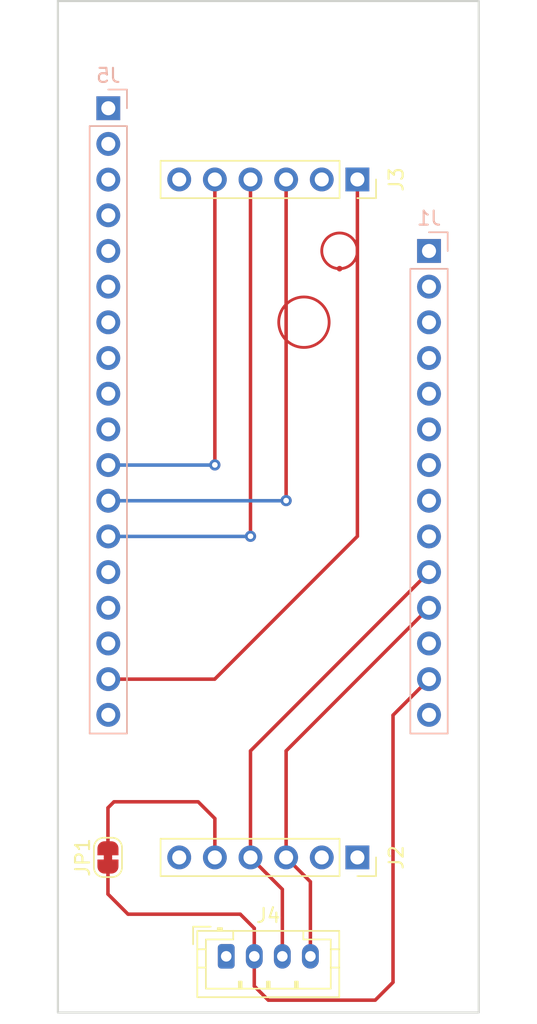
<source format=kicad_pcb>
(kicad_pcb (version 20211014) (generator pcbnew)
  (layers (0 "F.Cu" signal) (31 "B.Cu" signal) (34 "B.Paste" user) (35 "F.Paste" user) (36 "B.SilkS" user "B.Silkscreen") (37 "F.SilkS" user "F.Silkscreen") (38 "B.Mask" user) (39 "F.Mask" user) (44 "Edge.Cuts" user))
  (net 0 "")
  (net 1 "SDA")
  (net 2 "SCL")
  (net 3 "SQW")
  (net 4 "32K")
  (net 5 "VCC")
  (net 6 "CS")
  (net 7 "MOSI")
  (net 8 "MISO")
  (net 9 "GND")
  (net 10 "3V3")
  (net 11 "D10")
  (net 12 "D11")
  (net 13 "D12")
  (net 14 "D13")
  (net 15 "A0")
  (net 16 "A1")
  (net 17 "A2")
  (net 18 "A3")
  (net 19 "A4")
  (net 20 "RX")
  (net 21 "TX")
  (net 22 "D2")
  (net 23 "D3")
  (net 24 "D5")
  (net 25 "D6")
  (net 26 "D7")
  (net 27 "D9")
  (net 28 "SCK")
  (net 29 "EN")
  (net 30 "NONE")
  (net 31 "RST")
  (net 32 "Net-(J2-Pad5)")
  (footprint "Jumper:SolderJumper-2_P1.3mm_Bridged_RoundedPad1.0x1.5mm" (layer "F.Cu") (at 103.57 160.96 90)
    (fp_text reference "JP1" (at 0 -1.8 90) (layer "F.SilkS"))
    (fp_text value "SolderJumper_2_Bridged")
    (fp_poly (pts (xy 0.25 -0.3) (xy -0.25 -0.3) (xy -0.25 0.3) (xy 0.25 0.3)) (layer "F.Cu") (width 0) (fill solid))
    (fp_line (start -1.4 0.3) (end -1.4 -0.3) (layer "F.SilkS") (width 0.12))
    (fp_line (start 0.7 1) (end -0.7 1) (layer "F.SilkS") (width 0.12))
    (fp_line (start -0.7 -1) (end 0.7 -1) (layer "F.SilkS") (width 0.12))
    (fp_line (start 1.4 -0.3) (end 1.4 0.3) (layer "F.SilkS") (width 0.12))
    (fp_arc (start 0.7 -1) (mid 1.194975 -0.794975) (end 1.4 -0.3) (layer "F.SilkS") (width 0.12))
    (fp_arc (start -0.7 1) (mid -1.194975 0.794975) (end -1.4 0.3) (layer "F.SilkS") (width 0.12))
    (fp_arc (start 1.4 0.3) (mid 1.194975 0.794975) (end 0.7 1) (layer "F.SilkS") (width 0.12))
    (fp_arc (start -1.4 -0.3) (mid -1.194975 -0.794975) (end -0.7 -1) (layer "F.SilkS") (width 0.12))
    (pad "1" smd custom (at -0.65 0 90) (size 1 0.5) (layers "F.Cu" "F.Mask") (net 32 "Net-(J2-Pad5)") (options (clearance outline) (anchor rect)) (primitives (gr_circle (center 0 0.25) (end 0.5 0.25) (width 0) (fill yes)) (gr_circle (center 0 -0.25) (end 0.5 -0.25) (width 0) (fill yes)) (gr_poly (pts (xy 0.5 0.75) (xy 0 0.75) (xy 0 -0.75) (xy 0.5 -0.75)) (width 0) (fill yes))))
    (pad "2" smd custom (at 0.65 0 90) (size 1 0.5) (layers "F.Cu" "F.Mask") (net 10 "3V3") (options (clearance outline) (anchor rect)) (primitives (gr_circle (center 0 0.25) (end 0.5 0.25) (width 0) (fill yes)) (gr_circle (center 0 -0.25) (end 0.5 -0.25) (width 0) (fill yes)) (gr_poly (pts (xy 0 0.75) (xy -0.5 0.75) (xy -0.5 -0.75) (xy 0 -0.75)) (width 0) (fill yes))))
  )
  (footprint "Connector_PinSocket_2.54mm:PinSocket_1x06_P2.54mm_Vertical" (layer "F.Cu") (at 121.35 160.96 -90)
    (fp_text reference "J2" (at 0 -2.77 -90) (layer "F.SilkS"))
    (fp_text value "Conn_01x06_Female (DS3231)")
    (fp_line (start 1.33 1.27) (end 1.33 14.03) (layer "F.SilkS") (width 0.12))
    (fp_line (start -1.33 14.03) (end 1.33 14.03) (layer "F.SilkS") (width 0.12))
    (fp_line (start -1.33 1.27) (end -1.33 14.03) (layer "F.SilkS") (width 0.12))
    (fp_line (start 1.33 -1.33) (end 1.33 0) (layer "F.SilkS") (width 0.12))
    (fp_line (start -1.33 1.27) (end 1.33 1.27) (layer "F.SilkS") (width 0.12))
    (fp_line (start 0 -1.33) (end 1.33 -1.33) (layer "F.SilkS") (width 0.12))
    (pad "1" thru_hole rect (at 0 0 270) (size 1.7 1.7) (drill 1) (layers *.Cu *.Mask) (net 4 "32K"))
    (pad "2" thru_hole oval (at 0 2.54 270) (size 1.7 1.7) (drill 1) (layers *.Cu *.Mask) (net 3 "SQW"))
    (pad "3" thru_hole oval (at 0 5.08 270) (size 1.7 1.7) (drill 1) (layers *.Cu *.Mask) (net 2 "SCL"))
    (pad "4" thru_hole oval (at 0 7.62 270) (size 1.7 1.7) (drill 1) (layers *.Cu *.Mask) (net 1 "SDA"))
    (pad "5" thru_hole oval (at 0 10.16 270) (size 1.7 1.7) (drill 1) (layers *.Cu *.Mask) (net 32 "Net-(J2-Pad5)"))
    (pad "6" thru_hole oval (at 0 12.7 270) (size 1.7 1.7) (drill 1) (layers *.Cu *.Mask) (net 9 "GND"))
  )
  (footprint "Connector_JST:JST_PH_B4B-PH-K_1x04_P2.00mm_Vertical" (layer "F.Cu") (at 112 168)
    (fp_text reference "J4" (at 3 -2.9) (layer "F.SilkS"))
    (fp_text value "Conn_01x04_Male (JST to MS5803)")
    (fp_line (start 5.1 1.8) (end 5.1 2.3) (layer "F.SilkS") (width 0.12))
    (fp_line (start 0.9 2.3) (end 0.9 1.8) (layer "F.SilkS") (width 0.12))
    (fp_line (start 7.45 -1.2) (end 5.5 -1.2) (layer "F.SilkS") (width 0.12))
    (fp_line (start 8.06 2.91) (end 8.06 -1.81) (layer "F.SilkS") (width 0.12))
    (fp_line (start 1 2.3) (end 1 1.8) (layer "F.SilkS") (width 0.12))
    (fp_line (start 8.06 -1.81) (end -2.06 -1.81) (layer "F.SilkS") (width 0.12))
    (fp_line (start -2.36 -2.11) (end -2.36 -0.86) (layer "F.SilkS") (width 0.12))
    (fp_line (start 8.06 0.8) (end 7.45 0.8) (layer "F.SilkS") (width 0.12))
    (fp_line (start -2.06 -0.5) (end -1.45 -0.5) (layer "F.SilkS") (width 0.12))
    (fp_line (start 1.1 1.8) (end 1.1 2.3) (layer "F.SilkS") (width 0.12))
    (fp_line (start 5 2.3) (end 5 1.8) (layer "F.SilkS") (width 0.12))
    (fp_line (start 2.9 1.8) (end 3.1 1.8) (layer "F.SilkS") (width 0.12))
    (fp_line (start -2.06 2.91) (end 8.06 2.91) (layer "F.SilkS") (width 0.12))
    (fp_line (start -0.6 -2.01) (end -0.6 -1.81) (layer "F.SilkS") (width 0.12))
    (fp_line (start 0.5 -1.81) (end 0.5 -1.2) (layer "F.SilkS") (width 0.12))
    (fp_line (start 0.9 1.8) (end 1.1 1.8) (layer "F.SilkS") (width 0.12))
    (fp_line (start 7.45 2.3) (end 7.45 -1.2) (layer "F.SilkS") (width 0.12))
    (fp_line (start 8.06 -0.5) (end 7.45 -0.5) (layer "F.SilkS") (width 0.12))
    (fp_line (start -0.3 -1.91) (end -0.6 -1.91) (layer "F.SilkS") (width 0.12))
    (fp_line (start -2.06 0.8) (end -1.45 0.8) (layer "F.SilkS") (width 0.12))
    (fp_line (start 4.9 1.8) (end 5.1 1.8) (layer "F.SilkS") (width 0.12))
    (fp_line (start 0.5 -1.2) (end -1.45 -1.2) (layer "F.SilkS") (width 0.12))
    (fp_line (start -1.45 2.3) (end 7.45 2.3) (layer "F.SilkS") (width 0.12))
    (fp_line (start 4.9 2.3) (end 4.9 1.8) (layer "F.SilkS") (width 0.12))
    (fp_line (start 2.9 2.3) (end 2.9 1.8) (layer "F.SilkS") (width 0.12))
    (fp_line (start 3 2.3) (end 3 1.8) (layer "F.SilkS") (width 0.12))
    (fp_line (start -2.06 -1.81) (end -2.06 2.91) (layer "F.SilkS") (width 0.12))
    (fp_line (start -1.45 -1.2) (end -1.45 2.3) (layer "F.SilkS") (width 0.12))
    (fp_line (start 5.5 -1.2) (end 5.5 -1.81) (layer "F.SilkS") (width 0.12))
    (fp_line (start -1.11 -2.11) (end -2.36 -2.11) (layer "F.SilkS") (width 0.12))
    (fp_line (start -0.3 -2.01) (end -0.6 -2.01) (layer "F.SilkS") (width 0.12))
    (fp_line (start -0.3 -1.81) (end -0.3 -2.01) (layer "F.SilkS") (width 0.12))
    (fp_line (start 3.1 1.8) (end 3.1 2.3) (layer "F.SilkS") (width 0.12))
    (pad "1" thru_hole roundrect (at 0 0) (size 1.2 1.75) (drill 0.75) (layers *.Cu *.Mask) (roundrect_rratio 0.208333) (net 9 "GND"))
    (pad "2" thru_hole oval (at 2 0) (size 1.2 1.75) (drill 0.75) (layers *.Cu *.Mask) (net 10 "3V3"))
    (pad "3" thru_hole oval (at 4 0) (size 1.2 1.75) (drill 0.75) (layers *.Cu *.Mask) (net 1 "SDA"))
    (pad "4" thru_hole oval (at 6 0) (size 1.2 1.75) (drill 0.75) (layers *.Cu *.Mask) (net 2 "SCL"))
  )
  (footprint "Connector_PinSocket_2.54mm:PinSocket_1x06_P2.54mm_Vertical" (layer "F.Cu") (at 121.35 112.7 -90)
    (fp_text reference "J3" (at 0 -2.77 90) (layer "F.SilkS"))
    (fp_text value "Conn_01x06_Female (microSD)")
    (fp_line (start -1.33 1.27) (end 1.33 1.27) (layer "F.SilkS") (width 0.12))
    (fp_line (start 1.33 -1.33) (end 1.33 0) (layer "F.SilkS") (width 0.12))
    (fp_line (start 0 -1.33) (end 1.33 -1.33) (layer "F.SilkS") (width 0.12))
    (fp_line (start 1.33 1.27) (end 1.33 14.03) (layer "F.SilkS") (width 0.12))
    (fp_line (start -1.33 1.27) (end -1.33 14.03) (layer "F.SilkS") (width 0.12))
    (fp_line (start -1.33 14.03) (end 1.33 14.03) (layer "F.SilkS") (width 0.12))
    (pad "1" thru_hole rect (at 0 0 270) (size 1.7 1.7) (drill 1) (layers *.Cu *.Mask) (net 10 "3V3"))
    (pad "2" thru_hole oval (at 0 2.54 270) (size 1.7 1.7) (drill 1) (layers *.Cu *.Mask) (net 6 "CS"))
    (pad "3" thru_hole oval (at 0 5.08 270) (size 1.7 1.7) (drill 1) (layers *.Cu *.Mask) (net 7 "MOSI"))
    (pad "4" thru_hole oval (at 0 7.62 270) (size 1.7 1.7) (drill 1) (layers *.Cu *.Mask) (net 28 "SCK"))
    (pad "5" thru_hole oval (at 0 10.16 270) (size 1.7 1.7) (drill 1) (layers *.Cu *.Mask) (net 8 "MISO"))
    (pad "6" thru_hole oval (at 0 12.7 270) (size 1.7 1.7) (drill 1) (layers *.Cu *.Mask) (net 9 "GND"))
  )
  (footprint "Connector_PinHeader_2.54mm:PinHeader_1x18_P2.54mm_Vertical" (layer "B.Cu") (at 103.595 107.63 180)
    (fp_text reference "J5" (at 0 2.33) (layer "B.SilkS") (effects (justify mirror)))
    (fp_text value "Conn_01x18_Female")
    (fp_line (start 1.33 -1.27) (end 1.33 -44.51) (layer "B.SilkS") (width 0.12))
    (fp_line (start -1.33 -44.51) (end 1.33 -44.51) (layer "B.SilkS") (width 0.12))
    (fp_line (start -1.33 0) (end -1.33 1.33) (layer "B.SilkS") (width 0.12))
    (fp_line (start -1.33 1.33) (end 0 1.33) (layer "B.SilkS") (width 0.12))
    (fp_line (start -1.33 -1.27) (end -1.33 -44.51) (layer "B.SilkS") (width 0.12))
    (fp_line (start -1.33 -1.27) (end 1.33 -1.27) (layer "B.SilkS") (width 0.12))
    (pad "1" thru_hole rect (at 0 0 180) (size 1.7 1.7) (drill 1) (layers *.Cu *.Mask) (net 20 "RX"))
    (pad "2" thru_hole oval (at 0 -2.54 180) (size 1.7 1.7) (drill 1) (layers *.Cu *.Mask) (net 21 "TX"))
    (pad "3" thru_hole oval (at 0 -5.08 180) (size 1.7 1.7) (drill 1) (layers *.Cu *.Mask) (net 22 "D2"))
    (pad "4" thru_hole oval (at 0 -7.62 180) (size 1.7 1.7) (drill 1) (layers *.Cu *.Mask) (net 23 "D3"))
    (pad "5" thru_hole oval (at 0 -10.16 180) (size 1.7 1.7) (drill 1) (layers *.Cu *.Mask) (net 24 "D5"))
    (pad "6" thru_hole oval (at 0 -12.7 180) (size 1.7 1.7) (drill 1) (layers *.Cu *.Mask) (net 25 "D6"))
    (pad "7" thru_hole oval (at 0 -15.24 180) (size 1.7 1.7) (drill 1) (layers *.Cu *.Mask) (net 26 "D7"))
    (pad "8" thru_hole oval (at 0 -17.78 180) (size 1.7 1.7) (drill 1) (layers *.Cu *.Mask) (net 27 "D9"))
    (pad "9" thru_hole oval (at 0 -20.32 180) (size 1.7 1.7) (drill 1) (layers *.Cu *.Mask) (net 1 "SDA"))
    (pad "10" thru_hole oval (at 0 -22.86 180) (size 1.7 1.7) (drill 1) (layers *.Cu *.Mask) (net 2 "SCL"))
    (pad "11" thru_hole oval (at 0 -25.4 180) (size 1.7 1.7) (drill 1) (layers *.Cu *.Mask) (net 8 "MISO"))
    (pad "12" thru_hole oval (at 0 -27.94 180) (size 1.7 1.7) (drill 1) (layers *.Cu *.Mask) (net 7 "MOSI"))
    (pad "13" thru_hole oval (at 0 -30.48 180) (size 1.7 1.7) (drill 1) (layers *.Cu *.Mask) (net 28 "SCK"))
    (pad "14" thru_hole oval (at 0 -33.02 180) (size 1.7 1.7) (drill 1) (layers *.Cu *.Mask) (net 29 "EN"))
    (pad "15" thru_hole oval (at 0 -35.56 180) (size 1.7 1.7) (drill 1) (layers *.Cu *.Mask) (net 9 "GND"))
    (pad "16" thru_hole oval (at 0 -38.1 180) (size 1.7 1.7) (drill 1) (layers *.Cu *.Mask) (net 30 "NONE"))
    (pad "17" thru_hole oval (at 0 -40.64 180) (size 1.7 1.7) (drill 1) (layers *.Cu *.Mask) (net 10 "3V3"))
    (pad "18" thru_hole oval (at 0 -43.18 180) (size 1.7 1.7) (drill 1) (layers *.Cu *.Mask) (net 31 "RST"))
  )
  (footprint "Connector_PinHeader_2.54mm:PinHeader_1x14_P2.54mm_Vertical" (layer "B.Cu") (at 126.455 117.79 180)
    (fp_text reference "J1" (at 0 2.33) (layer "B.SilkS") (effects (justify mirror)))
    (fp_text value "Conn_01x14_Female")
    (fp_line (start -1.33 -1.27) (end -1.33 -34.35) (layer "B.SilkS") (width 0.12))
    (fp_line (start 1.33 -1.27) (end 1.33 -34.35) (layer "B.SilkS") (width 0.12))
    (fp_line (start -1.33 1.33) (end 0 1.33) (layer "B.SilkS") (width 0.12))
    (fp_line (start -1.33 0) (end -1.33 1.33) (layer "B.SilkS") (width 0.12))
    (fp_line (start -1.33 -34.35) (end 1.33 -34.35) (layer "B.SilkS") (width 0.12))
    (fp_line (start -1.33 -1.27) (end 1.33 -1.27) (layer "B.SilkS") (width 0.12))
    (pad "1" thru_hole rect (at 0 0 180) (size 1.7 1.7) (drill 1) (layers *.Cu *.Mask) (net 11 "D10"))
    (pad "2" thru_hole oval (at 0 -2.54 180) (size 1.7 1.7) (drill 1) (layers *.Cu *.Mask) (net 12 "D11"))
    (pad "3" thru_hole oval (at 0 -5.08 180) (size 1.7 1.7) (drill 1) (layers *.Cu *.Mask) (net 13 "D12"))
    (pad "4" thru_hole oval (at 0 -7.62 180) (size 1.7 1.7) (drill 1) (layers *.Cu *.Mask) (net 14 "D13"))
    (pad "5" thru_hole oval (at 0 -10.16 180) (size 1.7 1.7) (drill 1) (layers *.Cu *.Mask) (net 15 "A0"))
    (pad "6" thru_hole oval (at 0 -12.7 180) (size 1.7 1.7) (drill 1) (layers *.Cu *.Mask) (net 16 "A1"))
    (pad "7" thru_hole oval (at 0 -15.24 180) (size 1.7 1.7) (drill 1) (layers *.Cu *.Mask) (net 17 "A2"))
    (pad "8" thru_hole oval (at 0 -17.78 180) (size 1.7 1.7) (drill 1) (layers *.Cu *.Mask) (net 18 "A3"))
    (pad "9" thru_hole oval (at 0 -20.32 180) (size 1.7 1.7) (drill 1) (layers *.Cu *.Mask) (net 19 "A4"))
    (pad "10" thru_hole oval (at 0 -22.86 180) (size 1.7 1.7) (drill 1) (layers *.Cu *.Mask) (net 1 "SDA"))
    (pad "11" thru_hole oval (at 0 -25.4 180) (size 1.7 1.7) (drill 1) (layers *.Cu *.Mask) (net 2 "SCL"))
    (pad "12" thru_hole oval (at 0 -27.94 180) (size 1.7 1.7) (drill 1) (layers *.Cu *.Mask) (net 9 "GND"))
    (pad "13" thru_hole oval (at 0 -30.48 180) (size 1.7 1.7) (drill 1) (layers *.Cu *.Mask) (net 10 "3V3"))
    (pad "14" thru_hole oval (at 0 -33.02 180) (size 1.7 1.7) (drill 1) (layers *.Cu *.Mask) (net 5 "VCC"))
  )
  (gr_circle (center 120.08 117.78) (end 118.81 117.78) (layer "F.Cu") (width 0.2) (fill none))
  (gr_circle (center 120.08 119.05) (end 120.08 119.05) (layer "F.Cu") (width 0.2) (fill none))
  (gr_circle (center 117.54 122.86) (end 118.81 121.59) (layer "F.Cu") (width 0.2) (fill none))
  (gr_rect (start 100 100) (end 130 172) (layer "Edge.Cuts") (width 0.15) (fill none))
  (segment (start 113.73 153.375) (end 126.455 140.65) (width 0.25) (layer "F.Cu") (net 1))
  (segment (start 113.73 160.96) (end 113.73 153.375) (width 0.25) (layer "F.Cu") (net 1))
  (segment (start 116 163.23) (end 113.73 160.96) (width 0.25) (layer "F.Cu") (net 1))
  (segment (start 116 168) (end 116 163.23) (width 0.25) (layer "F.Cu") (net 1))
  (segment (start 118 162.69) (end 116.27 160.96) (width 0.25) (layer "F.Cu") (net 2))
  (segment (start 118 168) (end 118 162.69) (width 0.25) (layer "F.Cu") (net 2))
  (segment (start 116.27 160.96) (end 116.27 153.375) (width 0.25) (layer "F.Cu") (net 2))
  (segment (start 116.27 153.375) (end 126.455 143.19) (width 0.25) (layer "F.Cu") (net 2))
  (segment (start 116.27 112.7) (end 116.27 135.56) (width 0.25) (layer "F.Cu") (net 7))
  (via (at 116.27 135.56) (size 0.8) (drill 0.4) (layers "F.Cu" "B.Cu") (net 7))
  (segment (start 116.26 135.57) (end 116.27 135.56) (width 0.25) (layer "B.Cu") (net 7))
  (segment (start 103.595 135.57) (end 116.26 135.57) (width 0.25) (layer "B.Cu") (net 7))
  (segment (start 111.19 112.7) (end 111.19 133.02) (width 0.25) (layer "F.Cu") (net 8))
  (via (at 111.19 133.02) (size 0.8) (drill 0.4) (layers "F.Cu" "B.Cu") (net 8))
  (segment (start 103.595 133.03) (end 111.18 133.03) (width 0.25) (layer "B.Cu") (net 8))
  (segment (start 111.18 133.03) (end 111.19 133.02) (width 0.25) (layer "B.Cu") (net 8))
  (segment (start 115 171.12) (end 122.62 171.12) (width 0.25) (layer "F.Cu") (net 10))
  (segment (start 113 165) (end 105 165) (width 0.25) (layer "F.Cu") (net 10))
  (segment (start 114 168) (end 114 170.12) (width 0.25) (layer "F.Cu") (net 10))
  (segment (start 126.455 148.27) (end 123.89 150.835) (width 0.25) (layer "F.Cu") (net 10))
  (segment (start 111.18 148.27) (end 103.595 148.27) (width 0.25) (layer "F.Cu") (net 10))
  (segment (start 105 165) (end 103.57 163.57) (width 0.25) (layer "F.Cu") (net 10))
  (segment (start 114 170.12) (end 115 171.12) (width 0.25) (layer "F.Cu") (net 10))
  (segment (start 103.57 163.57) (end 103.57 161.61) (width 0.25) (layer "F.Cu") (net 10))
  (segment (start 121.35 112.7) (end 121.35 138.1) (width 0.25) (layer "F.Cu") (net 10))
  (segment (start 121.35 138.1) (end 111.18 148.27) (width 0.25) (layer "F.Cu") (net 10))
  (segment (start 123.89 150.835) (end 123.89 169.8325) (width 0.25) (layer "F.Cu") (net 10))
  (segment (start 122.62 171.12) (end 123.89 169.85) (width 0.25) (layer "F.Cu") (net 10))
  (segment (start 114 168) (end 114 166) (width 0.25) (layer "F.Cu") (net 10))
  (segment (start 114 166) (end 113 165) (width 0.25) (layer "F.Cu") (net 10))
  (segment (start 113.73 138.1) (end 113.73 112.7) (width 0.25) (layer "F.Cu") (net 28))
  (via (at 113.73 138.1) (size 0.8) (drill 0.4) (layers "F.Cu" "B.Cu") (net 28))
  (segment (start 103.595 138.11) (end 113.72 138.11) (width 0.25) (layer "B.Cu") (net 28))
  (segment (start 113.72 138.11) (end 113.73 138.1) (width 0.25) (layer "B.Cu") (net 28))
  (segment (start 103.57 160.31) (end 103.57 157.43) (width 0.25) (layer "F.Cu") (net 32))
  (segment (start 111.19 158.19) (end 111.19 160.96) (width 0.25) (layer "F.Cu") (net 32))
  (segment (start 110 157) (end 111.19 158.19) (width 0.25) (layer "F.Cu") (net 32))
  (segment (start 104 157) (end 110 157) (width 0.25) (layer "F.Cu") (net 32))
  (segment (start 103.57 157.43) (end 104 157) (width 0.25) (layer "F.Cu") (net 32))
)
</source>
